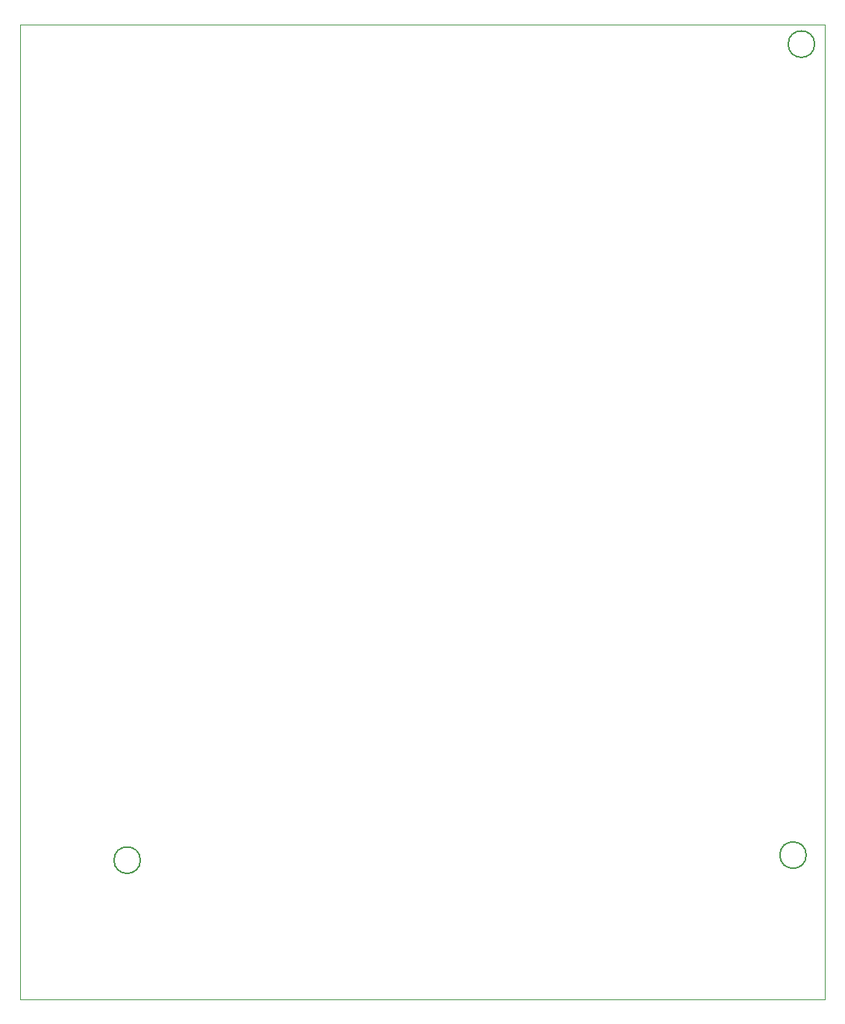
<source format=gbr>
%TF.GenerationSoftware,KiCad,Pcbnew,6.0.7-1.fc36*%
%TF.CreationDate,2022-09-03T22:34:53+00:00*%
%TF.ProjectId,fjol-top,666a6f6c-2d74-46f7-902e-6b696361645f,rev?*%
%TF.SameCoordinates,Original*%
%TF.FileFunction,Profile,NP*%
%FSLAX46Y46*%
G04 Gerber Fmt 4.6, Leading zero omitted, Abs format (unit mm)*
G04 Created by KiCad (PCBNEW 6.0.7-1.fc36) date 2022-09-03 22:34:53*
%MOMM*%
%LPD*%
G01*
G04 APERTURE LIST*
%TA.AperFunction,Profile*%
%ADD10C,0.150000*%
%TD*%
%TA.AperFunction,Profile*%
%ADD11C,0.050000*%
%TD*%
G04 APERTURE END LIST*
D10*
X181732838Y-53056780D02*
G75*
G03*
X181732838Y-53056780I-1500000J0D01*
G01*
X180788438Y-145121180D02*
G75*
G03*
X180788438Y-145121180I-1500000J0D01*
G01*
D11*
X182880000Y-50835129D02*
X91567000Y-50835129D01*
X91567000Y-161502929D02*
X182880000Y-161502929D01*
D10*
X105191719Y-145696180D02*
G75*
G03*
X105191719Y-145696180I-1500000J0D01*
G01*
D11*
X91567000Y-50835129D02*
X91567000Y-161502929D01*
X182880000Y-161502929D02*
X182880000Y-50835129D01*
M02*

</source>
